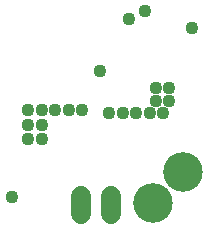
<source format=gbs>
G75*
%MOIN*%
%OFA0B0*%
%FSLAX25Y25*%
%IPPOS*%
%LPD*%
%AMOC8*
5,1,8,0,0,1.08239X$1,22.5*
%
%ADD10C,0.13198*%
%ADD11C,0.05906*%
%ADD12C,0.06506*%
%ADD13C,0.03762*%
%ADD14C,0.04362*%
D10*
X0068550Y0020172D03*
X0078803Y0030425D03*
D11*
X0054500Y0022453D02*
X0054500Y0016547D01*
X0044500Y0016547D02*
X0044500Y0022453D01*
D12*
X0054500Y0022453D02*
X0054500Y0016547D01*
X0044500Y0016547D02*
X0044500Y0022453D01*
D13*
X0060500Y0081400D03*
X0051000Y0064000D03*
X0066000Y0084000D03*
X0081500Y0078500D03*
X0021500Y0022000D03*
X0027000Y0051000D03*
X0031500Y0051000D03*
X0036000Y0051000D03*
X0040500Y0051000D03*
X0045000Y0051000D03*
X0027000Y0046000D03*
X0031500Y0046000D03*
X0027000Y0041500D03*
X0031500Y0041500D03*
X0054000Y0050000D03*
X0058500Y0050000D03*
X0063000Y0050000D03*
X0067500Y0050000D03*
X0072000Y0050000D03*
X0074000Y0054000D03*
X0069500Y0054000D03*
X0069500Y0058500D03*
X0074000Y0058500D03*
D14*
X0060500Y0081400D03*
X0051000Y0064000D03*
X0066000Y0084000D03*
X0081500Y0078500D03*
X0021500Y0022000D03*
X0027000Y0051000D03*
X0031500Y0051000D03*
X0036000Y0051000D03*
X0040500Y0051000D03*
X0045000Y0051000D03*
X0027000Y0046000D03*
X0031500Y0046000D03*
X0027000Y0041500D03*
X0031500Y0041500D03*
X0054000Y0050000D03*
X0058500Y0050000D03*
X0063000Y0050000D03*
X0067500Y0050000D03*
X0072000Y0050000D03*
X0074000Y0054000D03*
X0069500Y0054000D03*
X0069500Y0058500D03*
X0074000Y0058500D03*
M02*

</source>
